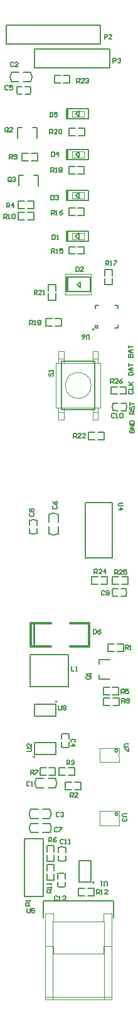
<source format=gto>
%FSLAX25Y25*%
%MOIN*%
G70*
G01*
G75*
%ADD10R,0.03150X0.03543*%
%ADD11R,0.03150X0.03543*%
%ADD12R,0.03150X0.03937*%
%ADD13C,0.05906*%
%ADD14R,0.05118X0.15748*%
%ADD15R,0.03150X0.02559*%
%ADD16R,0.00787X0.02362*%
%ADD17R,0.00787X0.03150*%
%ADD18R,0.02362X0.00787*%
%ADD19R,0.03150X0.00787*%
%ADD20R,0.05118X0.05118*%
%ADD21R,0.05906X0.03937*%
%ADD22R,0.05906X0.12992*%
%ADD23R,0.01063X0.07874*%
%ADD24R,0.02362X0.07874*%
%ADD25R,0.02165X0.02559*%
%ADD26R,0.01575X0.03937*%
%ADD27R,0.02362X0.02756*%
%ADD28R,0.03937X0.01575*%
%ADD29R,0.01181X0.07874*%
%ADD30O,0.01181X0.07874*%
%ADD31R,0.02559X0.02165*%
%ADD32R,0.03543X0.03150*%
%ADD33R,0.03543X0.03150*%
%ADD34R,0.07874X0.10000*%
%ADD35R,0.02756X0.02362*%
%ADD36R,0.03937X0.03150*%
%ADD37C,0.00787*%
%ADD38C,0.01000*%
%ADD39C,0.01181*%
%ADD40C,0.02362*%
%ADD41C,0.03150*%
%ADD42C,0.01575*%
%ADD43R,0.05906X0.05906*%
%ADD44C,0.01969*%
%ADD45C,0.03150*%
%ADD46C,0.00197*%
%ADD47C,0.00600*%
%ADD48C,0.00500*%
%ADD49C,0.00394*%
%ADD50C,0.00591*%
%ADD51C,0.00709*%
%ADD52C,0.01200*%
D37*
X26248Y-422601D02*
G03*
X26248Y-417659I-3706J2471D01*
G01*
X16012D02*
G03*
X16012Y-422601I3706J-2471D01*
G01*
X5882Y-26769D02*
G03*
X5882Y-31711I3706J-2471D01*
G01*
X16118D02*
G03*
X16118Y-26769I-3706J2471D01*
G01*
X49766Y-163172D02*
G03*
X49766Y-163172I-394J0D01*
G01*
X18280Y-389940D02*
G03*
X18280Y-389940I-394J0D01*
G01*
X49714Y-456674D02*
G03*
X49714Y-456674I-394J0D01*
G01*
X30067Y-360760D02*
G03*
X30067Y-360760I-394J0D01*
G01*
X29248Y-406401D02*
G03*
X29248Y-401459I-3706J2471D01*
G01*
X19012D02*
G03*
X19012Y-406401I3706J-2471D01*
G01*
X30621Y-261382D02*
G03*
X25679Y-261382I-2471J-3706D01*
G01*
Y-271618D02*
G03*
X30621Y-271618I2471J3706D01*
G01*
X26328Y-430211D02*
G03*
X26328Y-425269I-3706J2471D01*
G01*
X16092D02*
G03*
X16092Y-430211I3706J-2471D01*
G01*
X52530Y-348668D02*
X58160D01*
X52530Y-338432D02*
X58199D01*
X52530Y-348668D02*
Y-346306D01*
Y-340794D02*
Y-338432D01*
X22311Y-417659D02*
X26248D01*
X22311Y-422601D02*
X26248D01*
X16012Y-417659D02*
X19949D01*
X16012Y-422601D02*
X19949D01*
X5882Y-31711D02*
X9819D01*
X5882Y-26769D02*
X9819D01*
X12181Y-31711D02*
X16118D01*
X12181Y-26769D02*
X16118D01*
X35863Y-51456D02*
X46847D01*
Y-45944D01*
X35863D02*
X46847D01*
X35194Y-51456D02*
Y-46574D01*
X35863Y-51456D02*
Y-45944D01*
X35194Y-46574D02*
Y-45983D01*
X35233Y-45944D01*
X35863D01*
X35194Y-51456D02*
X37399D01*
X35727Y-73134D02*
X46712D01*
Y-67622D01*
X35727D02*
X46712D01*
X35058Y-73134D02*
Y-68252D01*
X35727Y-73134D02*
Y-67622D01*
X35058Y-68252D02*
Y-67661D01*
X35098Y-67622D01*
X35727D01*
X35058Y-73134D02*
X37263D01*
X35723Y-94899D02*
X46707D01*
Y-89387D01*
X35723D02*
X46707D01*
X35053Y-94899D02*
Y-90017D01*
X35723Y-94899D02*
Y-89387D01*
X35053Y-90017D02*
Y-89427D01*
X35093Y-89387D01*
X35723D01*
X35053Y-94899D02*
X37258D01*
X35628Y-116458D02*
X46612D01*
Y-110946D01*
X35628D02*
X46612D01*
X34959Y-116458D02*
Y-111576D01*
X35628Y-116458D02*
Y-110946D01*
X34959Y-111576D02*
Y-110985D01*
X34998Y-110946D01*
X35628D01*
X34959Y-116458D02*
X37163D01*
X40922Y-139505D02*
X42497Y-137930D01*
X40922Y-139505D02*
X42497Y-141080D01*
X35804Y-143049D02*
Y-135568D01*
X35017Y-143049D02*
Y-135568D01*
X47615Y-143049D02*
Y-135568D01*
X42497Y-141080D02*
Y-137930D01*
X35017Y-135568D02*
X47615D01*
X35017Y-143049D02*
X47615D01*
X32452Y-205665D02*
X50168D01*
Y-180075D01*
X32452D02*
X50168D01*
X32452Y-205665D02*
Y-180075D01*
X45233Y-255283D02*
X45430Y-255086D01*
X59407Y-284220D02*
Y-268708D01*
X45233Y-284417D02*
X59367D01*
X45233D02*
Y-255283D01*
X45430Y-255086D02*
X59367D01*
X59407Y-269850D02*
Y-255047D01*
X17950Y-24540D02*
Y-14540D01*
X57950D01*
X17950Y-24540D02*
X57950D01*
Y-14540D01*
X3110Y-11700D02*
Y-1700D01*
X53110D01*
X3110Y-11700D02*
X53110D01*
Y-1700D01*
X9792Y-86880D02*
Y-81250D01*
X20028Y-86919D02*
Y-81250D01*
X9792D02*
X12154D01*
X17666D02*
X20028D01*
X9192Y-61780D02*
Y-56150D01*
X19428Y-61819D02*
Y-56150D01*
X9192D02*
X11554D01*
X17066D02*
X19428D01*
X12890Y-464016D02*
X22890D01*
Y-433544D01*
X12890Y-464016D02*
Y-433544D01*
X22890D01*
X25311Y-401459D02*
X29248D01*
X25311Y-406401D02*
X29248D01*
X19012Y-401459D02*
X22949D01*
X19012Y-406401D02*
X22949D01*
X25679Y-265319D02*
Y-261382D01*
X30621Y-265319D02*
Y-261382D01*
X25679Y-271618D02*
Y-267681D01*
X30621Y-271618D02*
Y-267681D01*
X22391Y-425269D02*
X26328D01*
X22391Y-430211D02*
X26328D01*
X16092Y-425269D02*
X20029D01*
X16092Y-430211D02*
X20029D01*
D38*
X17660Y-331569D02*
Y-318971D01*
D46*
X48228Y-192913D02*
G03*
X48228Y-192913I-6890J0D01*
G01*
X23740Y-518701D02*
X58937D01*
X23740Y-517244D02*
X58937D01*
X54724Y-490433D02*
X58936D01*
X54724Y-494567D02*
Y-490433D01*
X27953Y-494567D02*
Y-490433D01*
X23741D02*
X27953D01*
X27677Y-494567D02*
X55000D01*
Y-518701D02*
Y-477362D01*
X27677Y-518701D02*
Y-477362D01*
X58937Y-518701D02*
Y-473229D01*
X54724D02*
X58936D01*
X54724Y-477362D02*
Y-473229D01*
X27677Y-477362D02*
X55000D01*
X27953D02*
Y-473229D01*
X23741D02*
X27953D01*
X23740Y-518701D02*
Y-473229D01*
X49016Y-178839D02*
X51772D01*
X49016Y-174902D02*
X51772D01*
Y-181004D02*
Y-174902D01*
X49016Y-181004D02*
Y-174902D01*
X30906Y-178839D02*
X33661D01*
X30906Y-174902D02*
X33661D01*
Y-181004D02*
Y-174902D01*
X30906Y-181004D02*
Y-174902D01*
X49016Y-210925D02*
X51772D01*
X49016Y-206988D02*
X51772D01*
Y-210925D02*
Y-204823D01*
X49016Y-210925D02*
Y-204823D01*
X30906Y-210925D02*
X33661D01*
X30906Y-206988D02*
X33661D01*
Y-210925D02*
Y-204823D01*
X30906Y-210925D02*
Y-204823D01*
X29429Y-181004D02*
X53248D01*
X29429Y-204823D02*
X53248D01*
X29429D02*
Y-181004D01*
X53248Y-204823D02*
Y-181004D01*
X34449Y-144882D02*
Y-133858D01*
Y-144882D02*
X48228D01*
Y-133858D01*
X34449D02*
X48228D01*
X38189Y-115354D02*
Y-112205D01*
Y-115354D02*
X44488D01*
Y-112205D01*
X38189D02*
X44488D01*
X38189Y-93701D02*
Y-90551D01*
X44488Y-93701D02*
Y-90551D01*
X38189Y-93701D02*
X44488D01*
X38189Y-90551D02*
X44488D01*
X38189Y-72047D02*
Y-68898D01*
Y-72047D02*
X44488D01*
Y-68898D01*
X38189D02*
X44488D01*
X38189Y-50394D02*
Y-47244D01*
Y-50394D02*
X44488D01*
Y-47244D01*
X38189D02*
X44488D01*
D47*
X51892Y-161282D02*
G03*
X51892Y-161282I-394J0D01*
G01*
D48*
X15821Y-38284D02*
G03*
X15896Y-34348I-4907J2063D01*
G01*
X8965Y-34355D02*
G03*
X8968Y-38254I4864J-1945D01*
G01*
X34414Y-452019D02*
G03*
X30478Y-451944I-2063J-4907D01*
G01*
X30485Y-458875D02*
G03*
X34384Y-458872I1945J4864D01*
G01*
X30686Y-444971D02*
G03*
X34622Y-445046I2063J4907D01*
G01*
X34615Y-438115D02*
G03*
X30716Y-438118I-1945J-4864D01*
G01*
X15366Y-271341D02*
G03*
X19302Y-271416I2063J4907D01*
G01*
X19295Y-264485D02*
G03*
X15396Y-264488I-1945J-4864D01*
G01*
X59759Y-300716D02*
G03*
X59684Y-304652I4907J-2063D01*
G01*
X66615Y-304645D02*
G03*
X66612Y-300746I-4864J1945D01*
G01*
X66701Y-206254D02*
G03*
X66776Y-202318I-4907J2063D01*
G01*
X59845Y-202325D02*
G03*
X59848Y-206224I4864J-1945D01*
G01*
X32476Y-384781D02*
G03*
X36412Y-384856I2063J4907D01*
G01*
X36405Y-377925D02*
G03*
X32506Y-377928I-1945J-4864D01*
G01*
X13139Y-38289D02*
X15819D01*
X13139Y-34352D02*
X15898D01*
X8966Y-38249D02*
X11564Y-38289D01*
X8966Y-34352D02*
X11564D01*
X34418Y-454701D02*
Y-452021D01*
X30481Y-454701D02*
Y-451942D01*
X34379Y-458874D02*
X34418Y-456276D01*
X30481Y-458874D02*
Y-456276D01*
X30681Y-444969D02*
Y-442289D01*
X34618Y-445048D02*
Y-442289D01*
X30681Y-440714D02*
X30721Y-438116D01*
X34618Y-440714D02*
Y-438116D01*
X15361Y-271339D02*
Y-268659D01*
X19298Y-271417D02*
Y-268659D01*
X15361Y-267084D02*
X15401Y-264486D01*
X19298Y-267084D02*
Y-264486D01*
X59761Y-300711D02*
X62441D01*
X59682Y-304648D02*
X62441D01*
X64016Y-300711D02*
X66614Y-300751D01*
X64016Y-304648D02*
X66614D01*
X64019Y-206259D02*
X66699D01*
X64019Y-202322D02*
X66777D01*
X59846Y-206219D02*
X62444Y-206259D01*
X59846Y-202322D02*
X62444D01*
X32471Y-384779D02*
Y-382099D01*
X36408Y-384858D02*
Y-382099D01*
X32471Y-380524D02*
X32511Y-377926D01*
X36408Y-380524D02*
Y-377926D01*
D49*
X63092Y-421946D02*
G03*
X63092Y-423225I0J-640D01*
G01*
Y-388406D02*
G03*
X63092Y-389686I0J-640D01*
G01*
Y-421946D02*
Y-418786D01*
Y-426385D02*
Y-423225D01*
X52856Y-426385D02*
X63092D01*
X52856D02*
Y-418786D01*
X63092D01*
Y-388406D02*
Y-385246D01*
Y-392845D02*
Y-389686D01*
X52856Y-392845D02*
X63092D01*
X52856D02*
Y-385246D01*
X63092D01*
D50*
X62394Y-420275D02*
G03*
X62394Y-420275I-781J0D01*
G01*
Y-386735D02*
G03*
X62394Y-386735I-781J0D01*
G01*
X40154Y-48700D02*
Y-48700D01*
X41847Y-47007D01*
Y-50432D02*
Y-47007D01*
X40154Y-48739D02*
X41847Y-50432D01*
X40019Y-70378D02*
Y-70378D01*
X41712Y-68685D01*
Y-72110D02*
Y-68685D01*
X40019Y-70417D02*
X41712Y-72110D01*
X40014Y-92143D02*
Y-92143D01*
X41707Y-90450D01*
Y-93876D02*
Y-90450D01*
X40014Y-92183D02*
X41707Y-93876D01*
X39919Y-113702D02*
Y-113702D01*
X41612Y-112009D01*
Y-115434D02*
Y-112009D01*
X39919Y-113741D02*
X41612Y-115434D01*
X50475Y-162305D02*
X52167D01*
X50475D02*
Y-160652D01*
Y-152148D02*
Y-150495D01*
X52128D01*
X62286Y-152148D02*
Y-150495D01*
X60632D02*
X62286D01*
Y-162305D02*
Y-160652D01*
X60632Y-162305D02*
X62286D01*
X22808Y-466537D02*
X60170D01*
Y-475356D02*
Y-466537D01*
X22808Y-475395D02*
Y-466537D01*
X9398Y-95082D02*
X12745D01*
X9398Y-99019D02*
Y-95082D01*
Y-99019D02*
X12745D01*
X14319Y-95082D02*
X17666D01*
Y-99019D02*
Y-95082D01*
X14319Y-99019D02*
X17666D01*
X16467Y-73619D02*
X19814D01*
Y-69682D01*
X16467D02*
X19814D01*
X11546Y-73619D02*
X14893D01*
X11546D02*
Y-69682D01*
X14893D01*
X9398Y-101031D02*
X12745D01*
X9398Y-104969D02*
Y-101031D01*
Y-104969D02*
X12745D01*
X14319Y-101031D02*
X17666D01*
Y-104969D02*
Y-101031D01*
X14319Y-104969D02*
X17666D01*
X28569Y-440355D02*
Y-437008D01*
X24632D02*
X28569D01*
X24632Y-440355D02*
Y-437008D01*
X28569Y-445276D02*
Y-441930D01*
X24632Y-445276D02*
X28569D01*
X24632D02*
Y-441930D01*
X28569Y-450353D02*
Y-447006D01*
X24632D02*
X28569D01*
X24632Y-450353D02*
Y-447006D01*
X28569Y-455274D02*
Y-451927D01*
X24632Y-455274D02*
X28569D01*
X24632D02*
Y-451927D01*
X62107Y-334099D02*
X65454D01*
Y-330161D01*
X62107D02*
X65454D01*
X57186Y-334099D02*
X60533D01*
X57186D02*
Y-330161D01*
X60533D01*
X34556Y-403532D02*
X37903D01*
X34556Y-407469D02*
Y-403532D01*
Y-407469D02*
X37903D01*
X39477Y-403532D02*
X42824D01*
Y-407469D02*
Y-403532D01*
X39477Y-407469D02*
X42824D01*
X36157Y-399698D02*
X39504D01*
Y-395761D01*
X36157D02*
X39504D01*
X31236Y-399698D02*
X34583D01*
X31236D02*
Y-395761D01*
X34583D01*
X59527Y-356989D02*
X62874D01*
Y-353051D01*
X59527D02*
X62874D01*
X54606Y-356989D02*
X57953D01*
X54606D02*
Y-353051D01*
X57953D01*
X25917Y-399689D02*
X29264D01*
Y-395752D01*
X25917D02*
X29264D01*
X20996Y-399689D02*
X24343D01*
X20996D02*
Y-395752D01*
X24343D01*
X59617Y-362679D02*
X62964D01*
Y-358741D01*
X59617D02*
X62964D01*
X54696Y-362679D02*
X58043D01*
X54696D02*
Y-358741D01*
X58043D01*
X41566Y-459761D02*
X44913D01*
X41566Y-463698D02*
Y-459761D01*
Y-463698D02*
X44913D01*
X46487Y-459761D02*
X49834D01*
Y-463698D02*
Y-459761D01*
X46487Y-463698D02*
X49834D01*
X41207Y-123229D02*
X44554D01*
Y-119291D01*
X41207D02*
X44554D01*
X36286Y-123229D02*
X39633D01*
X36286D02*
Y-119291D01*
X39633D01*
X41247Y-102769D02*
X44594D01*
Y-98831D01*
X41247D02*
X44594D01*
X36326Y-102769D02*
X39673D01*
X36326D02*
Y-98831D01*
X39673D01*
X55502Y-139524D02*
Y-136177D01*
Y-139524D02*
X59439D01*
Y-136177D01*
X55502Y-134603D02*
Y-131256D01*
X59439D01*
Y-134603D02*
Y-131256D01*
X41207Y-80828D02*
X44554D01*
Y-76891D01*
X41207D02*
X44554D01*
X36286Y-80828D02*
X39633D01*
X36286D02*
Y-76891D01*
X39633D01*
X29147Y-161268D02*
X32494D01*
Y-157332D01*
X29147D02*
X32494D01*
X24226Y-161268D02*
X27573D01*
X24226D02*
Y-157332D01*
X27573D01*
X41297Y-60318D02*
X44644D01*
Y-56381D01*
X41297D02*
X44644D01*
X36376Y-60318D02*
X39723D01*
X36376D02*
Y-56381D01*
X39723D01*
X29289Y-142663D02*
Y-139316D01*
X25352D02*
X29289D01*
X25352Y-142663D02*
Y-139316D01*
X29289Y-147584D02*
Y-144237D01*
X25352Y-147584D02*
X29289D01*
X25352D02*
Y-144237D01*
X51777Y-221588D02*
X55124D01*
Y-217652D01*
X51777D02*
X55124D01*
X46856Y-221588D02*
X50203D01*
X46856D02*
Y-217652D01*
X50203D01*
X33577Y-32469D02*
X36924D01*
Y-28532D01*
X33577D02*
X36924D01*
X28656Y-32469D02*
X32003D01*
X28656D02*
Y-28532D01*
X32003D01*
X53507Y-298429D02*
X56854D01*
Y-294492D01*
X53507D02*
X56854D01*
X48586Y-298429D02*
X51933D01*
X48586D02*
Y-294492D01*
X51933D01*
X64417Y-298429D02*
X67764D01*
Y-294492D01*
X64417D02*
X67764D01*
X59496Y-298429D02*
X62843D01*
X59496D02*
Y-294492D01*
X62843D01*
X58656Y-193612D02*
X62003D01*
X58656Y-197548D02*
Y-193612D01*
Y-197548D02*
X62003D01*
X63577Y-193612D02*
X66924D01*
Y-197548D02*
Y-193612D01*
X63577Y-197548D02*
X66924D01*
X47244Y-168385D02*
Y-166417D01*
X46850Y-166024D01*
X46063D01*
X45670Y-166417D01*
Y-168385D01*
X43308D02*
X44096Y-167991D01*
X44883Y-167204D01*
Y-166417D01*
X44489Y-166024D01*
X43702D01*
X43308Y-166417D01*
Y-166811D01*
X43702Y-167204D01*
X44883D01*
X14215Y-470544D02*
Y-472512D01*
X14609Y-472905D01*
X15396D01*
X15789Y-472512D01*
Y-470544D01*
X18151D02*
X16577D01*
Y-471725D01*
X17364Y-471331D01*
X17757D01*
X18151Y-471725D01*
Y-472512D01*
X17757Y-472905D01*
X16970D01*
X16577Y-472512D01*
X65019Y-255242D02*
X63051D01*
X62658Y-255636D01*
Y-256423D01*
X63051Y-256817D01*
X65019D01*
X62658Y-258785D02*
X65019D01*
X63839Y-257604D01*
Y-259178D01*
X67243Y-420236D02*
X65276D01*
X64882Y-420630D01*
Y-421417D01*
X65276Y-421810D01*
X67243D01*
X66850Y-422598D02*
X67243Y-422991D01*
Y-423778D01*
X66850Y-424172D01*
X66456D01*
X66063Y-423778D01*
Y-423385D01*
Y-423778D01*
X65669Y-424172D01*
X65276D01*
X64882Y-423778D01*
Y-422991D01*
X65276Y-422598D01*
X14213Y-386968D02*
X16181D01*
X16575Y-386575D01*
Y-385788D01*
X16181Y-385394D01*
X14213D01*
X16575Y-383033D02*
Y-384607D01*
X15000Y-383033D01*
X14607D01*
X14213Y-383426D01*
Y-384213D01*
X14607Y-384607D01*
X56614Y-458424D02*
Y-456457D01*
X56221Y-456063D01*
X55433D01*
X55040Y-456457D01*
Y-458424D01*
X54253Y-456063D02*
X53466D01*
X53859D01*
Y-458424D01*
X54253Y-458031D01*
X26142Y-186379D02*
X25749Y-186772D01*
Y-187559D01*
X26142Y-187953D01*
X26536D01*
X26930Y-187559D01*
Y-186772D01*
X27323Y-186379D01*
X27717D01*
X28110Y-186772D01*
Y-187559D01*
X27717Y-187953D01*
X28110Y-185591D02*
Y-184804D01*
Y-185198D01*
X25749D01*
X26142Y-185591D01*
X58504Y-191850D02*
Y-189489D01*
X59685D01*
X60078Y-189883D01*
Y-190670D01*
X59685Y-191063D01*
X58504D01*
X59291D02*
X60078Y-191850D01*
X62440D02*
X60865D01*
X62440Y-190276D01*
Y-189883D01*
X62046Y-189489D01*
X61259D01*
X60865Y-189883D01*
X64801Y-189489D02*
X64014Y-189883D01*
X63227Y-190670D01*
Y-191457D01*
X63620Y-191850D01*
X64407D01*
X64801Y-191457D01*
Y-191063D01*
X64407Y-190670D01*
X63227D01*
X60710Y-293107D02*
Y-290746D01*
X61891D01*
X62284Y-291139D01*
Y-291926D01*
X61891Y-292320D01*
X60710D01*
X61497D02*
X62284Y-293107D01*
X64646D02*
X63072D01*
X64646Y-291533D01*
Y-291139D01*
X64252Y-290746D01*
X63465D01*
X63072Y-291139D01*
X67007Y-290746D02*
X65433D01*
Y-291926D01*
X66220Y-291533D01*
X66614D01*
X67007Y-291926D01*
Y-292713D01*
X66614Y-293107D01*
X65827D01*
X65433Y-292713D01*
X49915Y-292861D02*
Y-290500D01*
X51095D01*
X51489Y-290894D01*
Y-291681D01*
X51095Y-292074D01*
X49915D01*
X50702D02*
X51489Y-292861D01*
X53851D02*
X52276D01*
X53851Y-291287D01*
Y-290894D01*
X53457Y-290500D01*
X52670D01*
X52276Y-290894D01*
X55818Y-292861D02*
Y-290500D01*
X54638Y-291681D01*
X56212D01*
X40421Y-32489D02*
Y-30128D01*
X41602D01*
X41996Y-30522D01*
Y-31309D01*
X41602Y-31702D01*
X40421D01*
X41208D02*
X41996Y-32489D01*
X44357D02*
X42783D01*
X44357Y-30915D01*
Y-30522D01*
X43964Y-30128D01*
X43176D01*
X42783Y-30522D01*
X45144D02*
X45538Y-30128D01*
X46325D01*
X46718Y-30522D01*
Y-30915D01*
X46325Y-31309D01*
X45931D01*
X46325D01*
X46718Y-31702D01*
Y-32096D01*
X46325Y-32489D01*
X45538D01*
X45144Y-32096D01*
X38881Y-220767D02*
Y-218405D01*
X40062D01*
X40456Y-218799D01*
Y-219586D01*
X40062Y-219980D01*
X38881D01*
X39669D02*
X40456Y-220767D01*
X42817D02*
X41243D01*
X42817Y-219193D01*
Y-218799D01*
X42423Y-218405D01*
X41636D01*
X41243Y-218799D01*
X45178Y-220767D02*
X43604D01*
X45178Y-219193D01*
Y-218799D01*
X44785Y-218405D01*
X43998D01*
X43604Y-218799D01*
X17992Y-144646D02*
Y-142284D01*
X19173D01*
X19566Y-142678D01*
Y-143465D01*
X19173Y-143859D01*
X17992D01*
X18779D02*
X19566Y-144646D01*
X21928D02*
X20354D01*
X21928Y-143071D01*
Y-142678D01*
X21534Y-142284D01*
X20747D01*
X20354Y-142678D01*
X22715Y-144646D02*
X23502D01*
X23109D01*
Y-142284D01*
X22715Y-142678D01*
X26258Y-59529D02*
Y-57168D01*
X27439D01*
X27833Y-57561D01*
Y-58349D01*
X27439Y-58742D01*
X26258D01*
X27046D02*
X27833Y-59529D01*
X30194D02*
X28620D01*
X30194Y-57955D01*
Y-57561D01*
X29801Y-57168D01*
X29013D01*
X28620Y-57561D01*
X30981D02*
X31375Y-57168D01*
X32162D01*
X32556Y-57561D01*
Y-59136D01*
X32162Y-59529D01*
X31375D01*
X30981Y-59136D01*
Y-57561D01*
X15525Y-160848D02*
Y-158486D01*
X16706D01*
X17099Y-158880D01*
Y-159667D01*
X16706Y-160060D01*
X15525D01*
X16312D02*
X17099Y-160848D01*
X17887D02*
X18674D01*
X18280D01*
Y-158486D01*
X17887Y-158880D01*
X19854Y-160454D02*
X20248Y-160848D01*
X21035D01*
X21429Y-160454D01*
Y-158880D01*
X21035Y-158486D01*
X20248D01*
X19854Y-158880D01*
Y-159273D01*
X20248Y-159667D01*
X21429D01*
X26850Y-79843D02*
Y-77481D01*
X28031D01*
X28425Y-77875D01*
Y-78662D01*
X28031Y-79055D01*
X26850D01*
X27637D02*
X28425Y-79843D01*
X29212D02*
X29999D01*
X29605D01*
Y-77481D01*
X29212Y-77875D01*
X31180D02*
X31573Y-77481D01*
X32360D01*
X32754Y-77875D01*
Y-78268D01*
X32360Y-78662D01*
X32754Y-79055D01*
Y-79449D01*
X32360Y-79843D01*
X31573D01*
X31180Y-79449D01*
Y-79055D01*
X31573Y-78662D01*
X31180Y-78268D01*
Y-77875D01*
X31573Y-78662D02*
X32360D01*
X55945Y-129134D02*
Y-126772D01*
X57126D01*
X57519Y-127166D01*
Y-127953D01*
X57126Y-128347D01*
X55945D01*
X56732D02*
X57519Y-129134D01*
X58306D02*
X59093D01*
X58700D01*
Y-126772D01*
X58306Y-127166D01*
X60274Y-126772D02*
X61848D01*
Y-127166D01*
X60274Y-128740D01*
Y-129134D01*
X27087Y-102284D02*
Y-99922D01*
X28267D01*
X28661Y-100316D01*
Y-101103D01*
X28267Y-101496D01*
X27087D01*
X27874D02*
X28661Y-102284D01*
X29448D02*
X30235D01*
X29842D01*
Y-99922D01*
X29448Y-100316D01*
X32990Y-99922D02*
X32203Y-100316D01*
X31416Y-101103D01*
Y-101890D01*
X31809Y-102284D01*
X32597D01*
X32990Y-101890D01*
Y-101496D01*
X32597Y-101103D01*
X31416D01*
X27244Y-122638D02*
Y-120276D01*
X28425D01*
X28818Y-120670D01*
Y-121457D01*
X28425Y-121851D01*
X27244D01*
X28031D02*
X28818Y-122638D01*
X29605D02*
X30393D01*
X29999D01*
Y-120276D01*
X29605Y-120670D01*
X33148Y-120276D02*
X31573D01*
Y-121457D01*
X32361Y-121063D01*
X32754D01*
X33148Y-121457D01*
Y-122244D01*
X32754Y-122638D01*
X31967D01*
X31573Y-122244D01*
X51051Y-462756D02*
Y-460394D01*
X52231D01*
X52625Y-460788D01*
Y-461575D01*
X52231Y-461969D01*
X51051D01*
X51838D02*
X52625Y-462756D01*
X53412D02*
X54199D01*
X53806D01*
Y-460394D01*
X53412Y-460788D01*
X56954Y-462756D02*
X55380D01*
X56954Y-461182D01*
Y-460788D01*
X56560Y-460394D01*
X55773D01*
X55380Y-460788D01*
X27205Y-462047D02*
X24843D01*
Y-460866D01*
X25237Y-460473D01*
X26024D01*
X26418Y-460866D01*
Y-462047D01*
Y-461260D02*
X27205Y-460473D01*
Y-459686D02*
Y-458899D01*
Y-459292D01*
X24843D01*
X25237Y-459686D01*
X27205Y-457718D02*
Y-456931D01*
Y-457324D01*
X24843D01*
X25237Y-457718D01*
X1811Y-104528D02*
Y-102166D01*
X2992D01*
X3385Y-102560D01*
Y-103347D01*
X2992Y-103740D01*
X1811D01*
X2598D02*
X3385Y-104528D01*
X4172D02*
X4960D01*
X4566D01*
Y-102166D01*
X4172Y-102560D01*
X6140D02*
X6534Y-102166D01*
X7321D01*
X7715Y-102560D01*
Y-104134D01*
X7321Y-104528D01*
X6534D01*
X6140Y-104134D01*
Y-102560D01*
X4800Y-72636D02*
Y-70275D01*
X5981D01*
X6374Y-70669D01*
Y-71456D01*
X5981Y-71849D01*
X4800D01*
X5587D02*
X6374Y-72636D01*
X7162Y-72243D02*
X7555Y-72636D01*
X8342D01*
X8736Y-72243D01*
Y-70669D01*
X8342Y-70275D01*
X7555D01*
X7162Y-70669D01*
Y-71062D01*
X7555Y-71456D01*
X8736D01*
X64549Y-361317D02*
Y-358956D01*
X65729D01*
X66123Y-359350D01*
Y-360137D01*
X65729Y-360530D01*
X64549D01*
X65336D02*
X66123Y-361317D01*
X66910Y-359350D02*
X67304Y-358956D01*
X68091D01*
X68484Y-359350D01*
Y-359743D01*
X68091Y-360137D01*
X68484Y-360530D01*
Y-360924D01*
X68091Y-361317D01*
X67304D01*
X66910Y-360924D01*
Y-360530D01*
X67304Y-360137D01*
X66910Y-359743D01*
Y-359350D01*
X67304Y-360137D02*
X68091D01*
X25674Y-435206D02*
Y-432845D01*
X26855D01*
X27248Y-433238D01*
Y-434025D01*
X26855Y-434419D01*
X25674D01*
X26461D02*
X27248Y-435206D01*
X29610Y-432845D02*
X28822Y-433238D01*
X28035Y-434025D01*
Y-434813D01*
X28429Y-435206D01*
X29216D01*
X29610Y-434813D01*
Y-434419D01*
X29216Y-434025D01*
X28035D01*
X64169Y-356452D02*
Y-354091D01*
X65350D01*
X65744Y-354485D01*
Y-355272D01*
X65350Y-355665D01*
X64169D01*
X64956D02*
X65744Y-356452D01*
X68105Y-354091D02*
X66531D01*
Y-355272D01*
X67318Y-354878D01*
X67712D01*
X68105Y-355272D01*
Y-356059D01*
X67712Y-356452D01*
X66924D01*
X66531Y-356059D01*
X3351Y-98561D02*
Y-96199D01*
X4532D01*
X4925Y-96593D01*
Y-97380D01*
X4532Y-97774D01*
X3351D01*
X4138D02*
X4925Y-98561D01*
X6893D02*
Y-96199D01*
X5712Y-97380D01*
X7287D01*
X35276Y-394213D02*
Y-391851D01*
X36456D01*
X36850Y-392245D01*
Y-393032D01*
X36456Y-393425D01*
X35276D01*
X36063D02*
X36850Y-394213D01*
X37637Y-392245D02*
X38031Y-391851D01*
X38818D01*
X39211Y-392245D01*
Y-392638D01*
X38818Y-393032D01*
X38424D01*
X38818D01*
X39211Y-393425D01*
Y-393819D01*
X38818Y-394213D01*
X38031D01*
X37637Y-393819D01*
X37126Y-411422D02*
Y-409061D01*
X38306D01*
X38700Y-409454D01*
Y-410241D01*
X38306Y-410635D01*
X37126D01*
X37913D02*
X38700Y-411422D01*
X41061D02*
X39487D01*
X41061Y-409848D01*
Y-409454D01*
X40668Y-409061D01*
X39881D01*
X39487Y-409454D01*
X66448Y-333017D02*
Y-330656D01*
X67629D01*
X68023Y-331049D01*
Y-331836D01*
X67629Y-332230D01*
X66448D01*
X67236D02*
X68023Y-333017D01*
X68810D02*
X69597D01*
X69203D01*
Y-330656D01*
X68810Y-331049D01*
X47562Y-347089D02*
X45988D01*
X45594Y-347482D01*
Y-348269D01*
X45988Y-348663D01*
X47562D01*
X47956Y-348269D01*
Y-347482D01*
X47168Y-347876D02*
X47956Y-347089D01*
Y-347482D02*
X47562Y-347089D01*
X47956Y-346302D02*
Y-345514D01*
Y-345908D01*
X45594D01*
X45988Y-346302D01*
X59921Y-21614D02*
Y-19253D01*
X61102D01*
X61496Y-19646D01*
Y-20433D01*
X61102Y-20827D01*
X59921D01*
X62283Y-19646D02*
X62676Y-19253D01*
X63463D01*
X63857Y-19646D01*
Y-20040D01*
X63463Y-20433D01*
X63070D01*
X63463D01*
X63857Y-20827D01*
Y-21221D01*
X63463Y-21614D01*
X62676D01*
X62283Y-21221D01*
X55276Y-9016D02*
Y-6654D01*
X56456D01*
X56850Y-7048D01*
Y-7835D01*
X56456Y-8229D01*
X55276D01*
X59211Y-9016D02*
X57637D01*
X59211Y-7441D01*
Y-7048D01*
X58818Y-6654D01*
X58031D01*
X57637Y-7048D01*
X15866Y-469055D02*
X13505D01*
Y-467874D01*
X13898Y-467481D01*
X14685D01*
X15079Y-467874D01*
Y-469055D01*
X15866Y-466694D02*
Y-465906D01*
Y-466300D01*
X13505D01*
X13898Y-466694D01*
X37638Y-342048D02*
Y-344409D01*
X39212D01*
X39999D02*
X40786D01*
X40393D01*
Y-342048D01*
X39999Y-342442D01*
X40079Y-129961D02*
Y-132323D01*
X41260D01*
X41653Y-131929D01*
Y-130355D01*
X41260Y-129961D01*
X40079D01*
X44014Y-132323D02*
X42440D01*
X44014Y-130748D01*
Y-130355D01*
X43621Y-129961D01*
X42834D01*
X42440Y-130355D01*
X60708Y-208150D02*
X60315Y-207757D01*
X59527D01*
X59134Y-208150D01*
Y-209724D01*
X59527Y-210118D01*
X60315D01*
X60708Y-209724D01*
X61495Y-210118D02*
X62282D01*
X61889D01*
Y-207757D01*
X61495Y-208150D01*
X63463D02*
X63857Y-207757D01*
X64644D01*
X65038Y-208150D01*
Y-209724D01*
X64644Y-210118D01*
X63857D01*
X63463Y-209724D01*
Y-208150D01*
X55314Y-302245D02*
X54921Y-301851D01*
X54134D01*
X53740Y-302245D01*
Y-303819D01*
X54134Y-304213D01*
X54921D01*
X55314Y-303819D01*
X56102D02*
X56495Y-304213D01*
X57282D01*
X57676Y-303819D01*
Y-302245D01*
X57282Y-301851D01*
X56495D01*
X56102Y-302245D01*
Y-302638D01*
X56495Y-303032D01*
X57676D01*
X15796Y-260718D02*
X15403Y-261112D01*
Y-261899D01*
X15796Y-262293D01*
X17371D01*
X17764Y-261899D01*
Y-261112D01*
X17371Y-260718D01*
X15796Y-259931D02*
X15403Y-259538D01*
Y-258751D01*
X15796Y-258357D01*
X16190D01*
X16583Y-258751D01*
X16977Y-258357D01*
X17371D01*
X17764Y-258751D01*
Y-259538D01*
X17371Y-259931D01*
X16977D01*
X16583Y-259538D01*
X16190Y-259931D01*
X15796D01*
X16583Y-259538D02*
Y-258751D01*
X30358Y-427795D02*
X29964Y-427401D01*
X29177D01*
X28784Y-427795D01*
Y-429369D01*
X29177Y-429762D01*
X29964D01*
X30358Y-429369D01*
X31145Y-427401D02*
X32719D01*
Y-427795D01*
X31145Y-429369D01*
Y-429762D01*
X28229Y-256769D02*
X27835Y-257163D01*
Y-257950D01*
X28229Y-258344D01*
X29803D01*
X30197Y-257950D01*
Y-257163D01*
X29803Y-256769D01*
X27835Y-254408D02*
X28229Y-255195D01*
X29016Y-255982D01*
X29803D01*
X30197Y-255589D01*
Y-254802D01*
X29803Y-254408D01*
X29410D01*
X29016Y-254802D01*
Y-255982D01*
X4035Y-34096D02*
X3641Y-33703D01*
X2854D01*
X2461Y-34096D01*
Y-35671D01*
X2854Y-36064D01*
X3641D01*
X4035Y-35671D01*
X6397Y-33703D02*
X4822D01*
Y-34883D01*
X5609Y-34490D01*
X6003D01*
X6397Y-34883D01*
Y-35671D01*
X6003Y-36064D01*
X5216D01*
X4822Y-35671D01*
X39296Y-382197D02*
X39690Y-381804D01*
Y-381017D01*
X39296Y-380623D01*
X37722D01*
X37328Y-381017D01*
Y-381804D01*
X37722Y-382197D01*
X37328Y-384165D02*
X39690D01*
X38509Y-382984D01*
Y-384559D01*
X31205Y-419820D02*
X30812Y-419427D01*
X30025D01*
X29631Y-419820D01*
Y-421395D01*
X30025Y-421788D01*
X30812D01*
X31205Y-421395D01*
X31993Y-419820D02*
X32386Y-419427D01*
X33173D01*
X33567Y-419820D01*
Y-420214D01*
X33173Y-420608D01*
X32780D01*
X33173D01*
X33567Y-421001D01*
Y-421395D01*
X33173Y-421788D01*
X32386D01*
X31993Y-421395D01*
X6938Y-21772D02*
X6545Y-21379D01*
X5758D01*
X5364Y-21772D01*
Y-23347D01*
X5758Y-23740D01*
X6545D01*
X6938Y-23347D01*
X9300Y-23740D02*
X7726D01*
X9300Y-22166D01*
Y-21772D01*
X8906Y-21379D01*
X8119D01*
X7726Y-21772D01*
X15551Y-403347D02*
X15157Y-402953D01*
X14370D01*
X13976Y-403347D01*
Y-404921D01*
X14370Y-405315D01*
X15157D01*
X15551Y-404921D01*
X16338Y-405315D02*
X17125D01*
X16731D01*
Y-402953D01*
X16338Y-403347D01*
X27598Y-112953D02*
Y-115315D01*
X28779D01*
X29173Y-114921D01*
Y-113347D01*
X28779Y-112953D01*
X27598D01*
X29960Y-115315D02*
X30747D01*
X30353D01*
Y-112953D01*
X29960Y-113347D01*
X26811Y-91969D02*
Y-94331D01*
X27992D01*
X28385Y-93937D01*
Y-92363D01*
X27992Y-91969D01*
X26811D01*
X29173Y-92363D02*
X29566Y-91969D01*
X30353D01*
X30747Y-92363D01*
Y-92756D01*
X30353Y-93150D01*
X29960D01*
X30353D01*
X30747Y-93544D01*
Y-93937D01*
X30353Y-94331D01*
X29566D01*
X29173Y-93937D01*
X27165Y-69056D02*
Y-71417D01*
X28346D01*
X28740Y-71024D01*
Y-69450D01*
X28346Y-69056D01*
X27165D01*
X30707Y-71417D02*
Y-69056D01*
X29527Y-70237D01*
X31101D01*
X26299Y-47954D02*
Y-50315D01*
X27480D01*
X27874Y-49921D01*
Y-48347D01*
X27480Y-47954D01*
X26299D01*
X30235D02*
X28661D01*
Y-49134D01*
X29448Y-48741D01*
X29841D01*
X30235Y-49134D01*
Y-49921D01*
X29841Y-50315D01*
X29054D01*
X28661Y-49921D01*
X16220Y-399331D02*
Y-396969D01*
X17401D01*
X17795Y-397363D01*
Y-398150D01*
X17401Y-398544D01*
X16220D01*
X17008D02*
X17795Y-399331D01*
X18582Y-396969D02*
X20156D01*
Y-397363D01*
X18582Y-398937D01*
Y-399331D01*
X33464Y-434213D02*
X33070Y-433820D01*
X32283D01*
X31890Y-434213D01*
Y-435787D01*
X32283Y-436181D01*
X33070D01*
X33464Y-435787D01*
X34251Y-436181D02*
X35038D01*
X34645D01*
Y-433820D01*
X34251Y-434213D01*
X36219Y-436181D02*
X37006D01*
X36613D01*
Y-433820D01*
X36219Y-434213D01*
X30314Y-464253D02*
X29921Y-463859D01*
X29134D01*
X28740Y-464253D01*
Y-465827D01*
X29134Y-466221D01*
X29921D01*
X30314Y-465827D01*
X31102Y-466221D02*
X31889D01*
X31495D01*
Y-463859D01*
X31102Y-464253D01*
X34644Y-466221D02*
X33070D01*
X34644Y-464646D01*
Y-464253D01*
X34250Y-463859D01*
X33463D01*
X33070Y-464253D01*
X49362Y-322258D02*
Y-324620D01*
X50543D01*
X50937Y-324226D01*
Y-322652D01*
X50543Y-322258D01*
X49362D01*
X53298D02*
X52511Y-322652D01*
X51724Y-323439D01*
Y-324226D01*
X52118Y-324620D01*
X52905D01*
X53298Y-324226D01*
Y-323833D01*
X52905Y-323439D01*
X51724D01*
X4133Y-57953D02*
Y-56379D01*
X3740Y-55985D01*
X2953D01*
X2559Y-56379D01*
Y-57953D01*
X2953Y-58346D01*
X3740D01*
X3346Y-57559D02*
X4133Y-58346D01*
X3740D02*
X4133Y-57953D01*
X6495Y-58346D02*
X4921D01*
X6495Y-56772D01*
Y-56379D01*
X6101Y-55985D01*
X5314D01*
X4921Y-56379D01*
X5629Y-84410D02*
Y-82835D01*
X5236Y-82442D01*
X4449D01*
X4055Y-82835D01*
Y-84410D01*
X4449Y-84803D01*
X5236D01*
X4842Y-84016D02*
X5629Y-84803D01*
X5236D02*
X5629Y-84410D01*
X6417Y-82835D02*
X6810Y-82442D01*
X7597D01*
X7991Y-82835D01*
Y-83229D01*
X7597Y-83622D01*
X7204D01*
X7597D01*
X7991Y-84016D01*
Y-84410D01*
X7597Y-84803D01*
X6810D01*
X6417Y-84410D01*
X68055Y-383185D02*
X66087D01*
X65693Y-383579D01*
Y-384366D01*
X66087Y-384759D01*
X68055D01*
Y-385546D02*
Y-387121D01*
X67661D01*
X66087Y-385546D01*
X65693D01*
X30866Y-362757D02*
Y-364724D01*
X31260Y-365118D01*
X32047D01*
X32440Y-364724D01*
Y-362757D01*
X33228Y-363150D02*
X33621Y-362757D01*
X34408D01*
X34802Y-363150D01*
Y-363544D01*
X34408Y-363937D01*
X34802Y-364331D01*
Y-364724D01*
X34408Y-365118D01*
X33621D01*
X33228Y-364724D01*
Y-364331D01*
X33621Y-363937D01*
X33228Y-363544D01*
Y-363150D01*
X33621Y-363937D02*
X34408D01*
X68032Y-177913D02*
X70394D01*
Y-176733D01*
X70000Y-176339D01*
X69607D01*
X69213Y-176733D01*
Y-177913D01*
Y-176733D01*
X68819Y-176339D01*
X68426D01*
X68032Y-176733D01*
Y-177913D01*
X70394Y-175552D02*
X68819D01*
X68032Y-174765D01*
X68819Y-173978D01*
X70394D01*
X69213D01*
Y-175552D01*
X68032Y-173190D02*
Y-171616D01*
Y-172403D01*
X70394D01*
X68544Y-195788D02*
X68150Y-196181D01*
Y-196969D01*
X68544Y-197362D01*
X70118D01*
X70512Y-196969D01*
Y-196181D01*
X70118Y-195788D01*
X68150Y-195001D02*
X70512D01*
Y-193427D01*
X68150Y-192639D02*
X70512D01*
X69725D01*
X68150Y-191065D01*
X69331Y-192246D01*
X70512Y-191065D01*
X68150Y-187520D02*
X70512D01*
Y-186339D01*
X70118Y-185945D01*
X68544D01*
X68150Y-186339D01*
Y-187520D01*
X70512Y-185158D02*
X68937D01*
X68150Y-184371D01*
X68937Y-183584D01*
X70512D01*
X69331D01*
Y-185158D01*
X68150Y-182797D02*
Y-181222D01*
Y-182010D01*
X70512D01*
X71063Y-208110D02*
X68701D01*
Y-206929D01*
X69095Y-206536D01*
X69882D01*
X70276Y-206929D01*
Y-208110D01*
Y-207323D02*
X71063Y-206536D01*
X69095Y-204174D02*
X68701Y-204568D01*
Y-205355D01*
X69095Y-205749D01*
X69489D01*
X69882Y-205355D01*
Y-204568D01*
X70276Y-204174D01*
X70669D01*
X71063Y-204568D01*
Y-205355D01*
X70669Y-205749D01*
X68701Y-203387D02*
Y-201813D01*
Y-202600D01*
X71063D01*
X69016Y-216536D02*
X68623Y-216930D01*
Y-217717D01*
X69016Y-218110D01*
X70591D01*
X70984Y-217717D01*
Y-216930D01*
X70591Y-216536D01*
X69804D01*
Y-217323D01*
X70984Y-215749D02*
X68623D01*
X70984Y-214175D01*
X68623D01*
Y-213387D02*
X70984D01*
Y-212207D01*
X70591Y-211813D01*
X69016D01*
X68623Y-212207D01*
Y-213387D01*
D51*
X15857Y-335723D02*
X36046D01*
Y-352723D02*
Y-335723D01*
X15857Y-352723D02*
Y-335723D01*
Y-352723D02*
X36046D01*
X29489Y-388590D02*
Y-382290D01*
X18071D02*
X29489D01*
X18071Y-388590D02*
X29489D01*
X18071D02*
Y-382290D01*
X41670Y-445071D02*
X47970D01*
X41670Y-456489D02*
Y-445071D01*
X47970Y-456489D02*
Y-445071D01*
X41670Y-456489D02*
X47970D01*
X18071Y-368410D02*
Y-362110D01*
Y-368410D02*
X29489D01*
X18071Y-362110D02*
X29489D01*
Y-368410D02*
Y-362110D01*
D52*
X37160Y-318971D02*
X47160D01*
X37160Y-331569D02*
X47160D01*
X16160Y-318971D02*
X26668D01*
X16160Y-331569D02*
X26668D01*
X47160D02*
Y-318971D01*
X16160Y-331569D02*
Y-318971D01*
M02*

</source>
